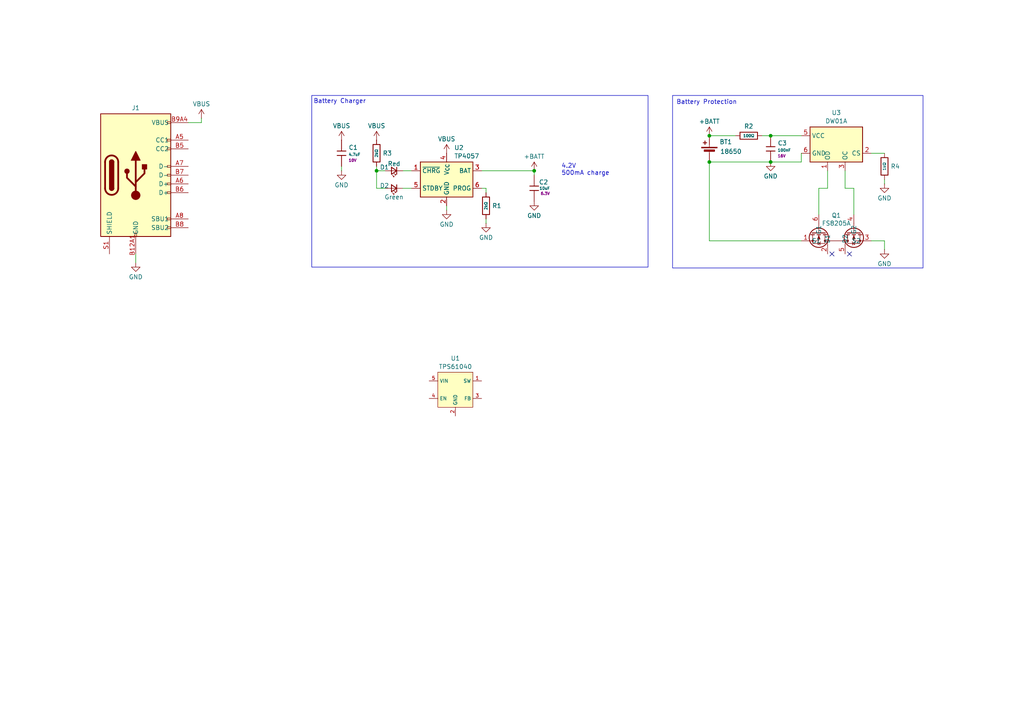
<source format=kicad_sch>
(kicad_sch (version 20231120) (generator "eeschema") (generator_version "8.0")
  (paper "A4")
  (lib_symbols
    (symbol "Battery_Management:DW01A"
      (property "Reference" "U" (at -6.604 6.35 0))
      (property "Value" "DW01A" (at 4.318 6.604 0))
      (symbol "DW01A_0_1"
        (pin output line (at -2.54 -7.62 90) (length 2.54) (name "OD") (number "1"))
        (pin input line (at 10.16 -2.54 180) (length 2.54) (name "CS") (number "2"))
        (pin output line (at 2.54 -7.62 90) (length 2.54) (name "OC") (number "3"))
        (pin power_in line (at -10.16 2.54 0) (length 2.54) (name "VCC") (number "5"))
        (pin power_in line (at -10.16 -2.54 0) (length 2.54) (name "GND") (number "6"))
      )
      (symbol "DW01A_1_1"
        (rectangle (start -7.62 5.08) (end 7.62 -5.08) (stroke (width 0.254)) (fill (type background)))
        (pin no_connect line (at 10.16 2.54 180) (length 2.54) hide (name "TD") (number "4"))
      )
    )
    (symbol "Device:Battery_Cell" (pin_numbers hide) (pin_names (offset 0) hide)
      (property "Reference" "BT" (at 2.54 2.54 0))
      (property "Value" "Battery_Cell" (at 2.54 0 0))
      (symbol "Battery_Cell_0_1"
        (rectangle (start -2.286 1.778) (end 2.286 1.524) (fill (type outline)))
        (rectangle (start -1.524 1.016) (end 1.524 0.508) (fill (type outline)))
        (polyline (pts (xy 0 0.762) (xy 0 0)))
        (polyline (pts (xy 0 1.778) (xy 0 2.54)))
        (polyline (pts (xy 0.762 3.048) (xy 1.778 3.048)) (stroke (width 0.254)))
        (polyline (pts (xy 1.27 3.556) (xy 1.27 2.54)) (stroke (width 0.254)))
      )
      (symbol "Battery_Cell_1_1"
        (pin passive line (at 0 5.08 270) (length 2.54) (name "+") (number "1"))
        (pin passive line (at 0 -2.54 90) (length 2.54) (name "-") (number "2"))
      )
    )
    (symbol "JLCPCB-Capacitors:0402,100nF" (pin_numbers hide) (pin_names (offset 0))
      (property "Reference" "C" (at 2.032 1.668 0))
      (property "Value" "100nF" (at 2.032 -0.3782 0))
      (property "Voltage Rated" "16V" (at 2.032 -2.0462 0))
      (symbol "0402,100nF_0_1"
        (polyline (pts (xy -1.27 -0.635) (xy 1.27 -0.635)) (stroke (width 0.254)))
        (polyline (pts (xy -1.27 0.635) (xy 1.27 0.635)) (stroke (width 0.254)))
      )
      (symbol "0402,100nF_1_1"
        (pin passive line (at 0 3.81 270) (length 3.175) (name "~") (number "1"))
        (pin passive line (at 0 -3.81 90) (length 3.175) (name "~") (number "2"))
      )
    )
    (symbol "JLCPCB-Capacitors:0402,10uF" (pin_numbers hide) (pin_names (offset 0))
      (property "Reference" "C" (at 2.032 1.668 0))
      (property "Value" "10uF" (at 2.032 -0.3782 0))
      (property "Voltage Rated" "6.3V" (at 2.032 -2.0462 0))
      (symbol "0402,10uF_0_1"
        (polyline (pts (xy -1.27 -0.635) (xy 1.27 -0.635)) (stroke (width 0.254)))
        (polyline (pts (xy -1.27 0.635) (xy 1.27 0.635)) (stroke (width 0.254)))
      )
      (symbol "0402,10uF_1_1"
        (pin passive line (at 0 3.81 270) (length 3.175) (name "~") (number "1"))
        (pin passive line (at 0 -3.81 90) (length 3.175) (name "~") (number "2"))
      )
    )
    (symbol "JLCPCB-Capacitors:0402,4.7uF" (pin_numbers hide) (pin_names (offset 0))
      (property "Reference" "C" (at 2.032 1.668 0))
      (property "Value" "4.7uF" (at 2.032 -0.3782 0))
      (property "Voltage Rated" "10V" (at 2.032 -2.0462 0))
      (symbol "0402,4.7uF_0_1"
        (polyline (pts (xy -1.27 -0.635) (xy 1.27 -0.635)) (stroke (width 0.254)))
        (polyline (pts (xy -1.27 0.635) (xy 1.27 0.635)) (stroke (width 0.254)))
      )
      (symbol "0402,4.7uF_1_1"
        (pin passive line (at 0 3.81 270) (length 3.175) (name "~") (number "1"))
        (pin passive line (at 0 -3.81 90) (length 3.175) (name "~") (number "2"))
      )
    )
    (symbol "JLCPCB-Extended:Connector, USB-TYPE-C-16P"
      (property "Reference" "J" (at 2.54 2.54 0))
      (symbol "Connector, USB-TYPE-C-16P_0_0"
        (rectangle (start -0.254 -17.78) (end 0.254 -16.764))
        (rectangle (start 10.16 -14.986) (end 9.144 -15.494))
        (rectangle (start 10.16 -12.446) (end 9.144 -12.954))
        (rectangle (start 10.16 -4.826) (end 9.144 -5.334))
        (rectangle (start 10.16 -2.286) (end 9.144 -2.794))
        (rectangle (start 10.16 0.254) (end 9.144 -0.254))
        (rectangle (start 10.16 2.794) (end 9.144 2.286))
        (rectangle (start 10.16 7.874) (end 9.144 7.366))
        (rectangle (start 10.16 10.414) (end 9.144 9.906))
        (rectangle (start 10.16 15.494) (end 9.144 14.986))
      )
      (symbol "Connector, USB-TYPE-C-16P_0_1"
        (rectangle (start -10.16 17.78) (end 10.16 -17.78) (stroke (width 0.254)) (fill (type background)))
        (arc (start -8.89 -3.81) (mid -6.985 -5.7067) (end -5.08 -3.81) (stroke (width 0.508)))
        (arc (start -7.62 -3.81) (mid -6.985 -4.4423) (end -6.35 -3.81) (stroke (width 0.254)))
        (arc (start -7.62 -3.81) (mid -6.985 -4.4423) (end -6.35 -3.81) (stroke (width 0.254)) (fill (type outline)))
        (rectangle (start -7.62 -3.81) (end -6.35 3.81) (stroke (width 0.254)) (fill (type outline)))
        (arc (start -6.35 3.81) (mid -6.985 4.4423) (end -7.62 3.81) (stroke (width 0.254)))
        (arc (start -6.35 3.81) (mid -6.985 4.4423) (end -7.62 3.81) (stroke (width 0.254)) (fill (type outline)))
        (arc (start -5.08 3.81) (mid -6.985 5.7067) (end -8.89 3.81) (stroke (width 0.508)))
        (circle (center -2.54 1.143) (radius 0.635) (stroke (width 0.254)) (fill (type outline)))
        (circle (center 0 -5.842) (radius 1.27) (fill (type outline)))
        (polyline (pts (xy -8.89 -3.81) (xy -8.89 3.81)) (stroke (width 0.508)))
        (polyline (pts (xy -5.08 3.81) (xy -5.08 -3.81)) (stroke (width 0.508)))
        (polyline (pts (xy 0 -5.842) (xy 0 4.318)) (stroke (width 0.508)))
        (polyline (pts (xy 0 -3.302) (xy -2.54 -0.762) (xy -2.54 0.508)) (stroke (width 0.508)))
        (polyline (pts (xy 0 -2.032) (xy 2.54 0.508) (xy 2.54 1.778)) (stroke (width 0.508)))
        (polyline (pts (xy -1.27 4.318) (xy 0 6.858) (xy 1.27 4.318) (xy -1.27 4.318)) (stroke (width 0.254)) (fill (type outline)))
        (rectangle (start 1.905 1.778) (end 3.175 3.048) (stroke (width 0.254)) (fill (type outline)))
      )
      (symbol "Connector, USB-TYPE-C-16P_1_1"
        (pin passive line (at 0 -22.86 90) (length 5.08) hide (name "GND") (number "A12B1"))
        (pin bidirectional line (at 15.24 10.16 180) (length 5.08) (name "CC1") (number "A5"))
        (pin bidirectional line (at 15.24 -2.54 180) (length 5.08) (name "D+") (number "A6"))
        (pin bidirectional line (at 15.24 2.54 180) (length 5.08) (name "D-") (number "A7"))
        (pin bidirectional line (at 15.24 -12.7 180) (length 5.08) (name "SBU1") (number "A8"))
        (pin passive line (at 15.24 15.24 180) (length 5.08) hide (name "VBUS") (number "A9B4"))
        (pin passive line (at 0 -22.86 90) (length 5.08) (name "GND") (number "B12A1"))
        (pin bidirectional line (at 15.24 7.62 180) (length 5.08) (name "CC2") (number "B5"))
        (pin bidirectional line (at 15.24 -5.08 180) (length 5.08) (name "D+") (number "B6"))
        (pin bidirectional line (at 15.24 0 180) (length 5.08) (name "D-") (number "B7"))
        (pin bidirectional line (at 15.24 -15.24 180) (length 5.08) (name "SBU2") (number "B8"))
        (pin passive line (at 15.24 15.24 180) (length 5.08) (name "VBUS") (number "B9A4"))
        (pin passive line (at -7.62 -22.86 90) (length 5.08) (name "SHIELD") (number "S1"))
      )
    )
    (symbol "JLCPCB-Power:DC-DC, Boost, 1.8-6VIN, 0.4A, 28V-VOUT"
      (property "Reference" "U" (at 0 0 0))
      (property "Value" "TPS61040" (at 0 6.35 0))
      (symbol "DC-DC, Boost, 1.8-6VIN, 0.4A, 28V-VOUT_0_1"
        (rectangle (start -5.08 5.08) (end 5.08 -5.08) (fill (type background)))
        (pin unspecified line (at 7.62 2.54 180) (length 2.54) (name "SW") (number "1"))
        (pin unspecified line (at 0 -7.62 90) (length 2.54) (name "GND") (number "2"))
        (pin unspecified line (at 7.62 -2.54 180) (length 2.54) (name "FB") (number "3"))
        (pin unspecified line (at -7.62 -2.54 0) (length 2.54) (name "EN") (number "4"))
        (pin unspecified line (at -7.62 2.54 0) (length 2.54) (name "VIN") (number "5"))
      )
    )
    (symbol "JLCPCB-Resistors:0402,100Ω" (pin_numbers hide) (pin_names (offset 0))
      (property "Reference" "R" (at 1.778 0 0))
      (property "Value" "100Ω" (at 0 0 90))
      (symbol "0402,100Ω_0_1"
        (rectangle (start -1.016 2.54) (end 1.016 -2.54) (stroke (width 0.254)))
      )
      (symbol "0402,100Ω_1_1"
        (pin passive line (at 0 3.81 270) (length 1.27) (name "~") (number "1"))
        (pin passive line (at 0 -3.81 90) (length 1.27) (name "~") (number "2"))
      )
    )
    (symbol "JLCPCB-Resistors:0402,1kΩ" (pin_numbers hide) (pin_names (offset 0))
      (property "Reference" "R" (at 1.778 0 0))
      (property "Value" "1kΩ" (at 0 0 90))
      (symbol "0402,1kΩ_0_1"
        (rectangle (start -1.016 2.54) (end 1.016 -2.54) (stroke (width 0.254)))
      )
      (symbol "0402,1kΩ_1_1"
        (pin passive line (at 0 3.81 270) (length 1.27) (name "~") (number "1"))
        (pin passive line (at 0 -3.81 90) (length 1.27) (name "~") (number "2"))
      )
    )
    (symbol "JLCPCB-Resistors:0402,2kΩ" (pin_numbers hide) (pin_names (offset 0))
      (property "Reference" "R" (at 1.778 0 0))
      (property "Value" "2kΩ" (at 0 0 90))
      (symbol "0402,2kΩ_0_1"
        (rectangle (start -1.016 2.54) (end 1.016 -2.54) (stroke (width 0.254)))
      )
      (symbol "0402,2kΩ_1_1"
        (pin passive line (at 0 3.81 270) (length 1.27) (name "~") (number "1"))
        (pin passive line (at 0 -3.81 90) (length 1.27) (name "~") (number "2"))
      )
    )
    (symbol "STR-BatteryManagement:TP4057"
      (property "Reference" "U" (at -6.35 6.604 0))
      (property "Value" "TP4057" (at 1.524 6.604 0))
      (symbol "TP4057_0_1"
        (rectangle (start -7.62 5.08) (end 7.62 -5.08) (stroke (width 0.254)) (fill (type background)))
      )
      (symbol "TP4057_1_1"
        (pin open_collector line (at -10.16 2.54 0) (length 2.54) (name "~{CHRG}") (number "1"))
        (pin power_in line (at 0 -7.62 90) (length 2.54) (name "GND") (number "2"))
        (pin power_out line (at 10.16 2.54 180) (length 2.54) (name "BAT") (number "3"))
        (pin power_in line (at 0 7.62 270) (length 2.54) (name "V_{CC}") (number "4"))
        (pin open_collector line (at -10.16 -2.54 0) (length 2.54) (name "STDBY") (number "5"))
        (pin passive line (at 10.16 -2.54 180) (length 2.54) (name "PROG") (number "6"))
      )
    )
    (symbol "STR-LED:Green" (pin_numbers hide) (pin_names (offset 0.254) hide)
      (property "Reference" "D" (at -1.27 3.175 0))
      (property "Value" "Green" (at -4.445 -2.54 0))
      (symbol "Green_0_1"
        (polyline (pts (xy -0.762 -1.016) (xy -0.762 1.016)) (stroke (width 0.254)))
        (polyline (pts (xy 1.016 0) (xy -0.762 0)))
        (polyline (pts (xy 0.762 -1.016) (xy -0.762 0) (xy 0.762 1.016) (xy 0.762 -1.016)) (stroke (width 0.254)))
        (polyline (pts (xy 0 0.762) (xy -0.508 1.27) (xy -0.254 1.27) (xy -0.508 1.27) (xy -0.508 1.016)))
        (polyline (pts (xy 0.508 1.27) (xy 0 1.778) (xy 0.254 1.778) (xy 0 1.778) (xy 0 1.524)))
      )
      (symbol "Green_1_1"
        (pin passive line (at -2.54 0 0) (length 1.778) (name "K") (number "1"))
        (pin passive line (at 2.54 0 180) (length 1.778) (name "A") (number "2"))
      )
    )
    (symbol "STR-LED:Red" (pin_numbers hide) (pin_names (offset 0.254) hide)
      (property "Reference" "D" (at -1.27 2.54 0))
      (property "Value" "Red" (at -1.27 -2.54 0))
      (symbol "Red_0_1"
        (polyline (pts (xy -0.762 -1.016) (xy -0.762 1.016)) (stroke (width 0.254)))
        (polyline (pts (xy 1.016 0) (xy -0.762 0)))
        (polyline (pts (xy 0.762 -1.016) (xy -0.762 0) (xy 0.762 1.016) (xy 0.762 -1.016)) (stroke (width 0.254)))
        (polyline (pts (xy 0 0.762) (xy -0.508 1.27) (xy -0.254 1.27) (xy -0.508 1.27) (xy -0.508 1.016)))
        (polyline (pts (xy 0.508 1.27) (xy 0 1.778) (xy 0.254 1.778) (xy 0 1.778) (xy 0 1.524)))
      )
      (symbol "Red_1_1"
        (pin passive line (at -2.54 0 0) (length 1.778) (name "K") (number "1"))
        (pin passive line (at 2.54 0 180) (length 1.778) (name "A") (number "2"))
      )
    )
    (symbol "STR-MOSFETS:FS8205A"
      (property "Reference" "Q?" (at 0 0 0))
      (property "Value" "FS8205A" (at 0 0 0))
      (symbol "FS8205A_1_1"
        (circle (center -6.858 -2.54) (radius 0.254) (fill (type outline)))
        (circle (center -5.08 -1.651) (radius 2.794) (stroke (width 0.254)))
        (circle (center -3.302 -2.54) (radius 0.254) (fill (type outline)))
        (polyline (pts (xy -6.35 -0.762) (xy -7.366 -0.762)) (stroke (width 0.254)))
        (polyline (pts (xy -5.08 -0.254) (xy -5.08 2.54)))
        (polyline (pts (xy -4.572 -0.762) (xy -5.588 -0.762)) (stroke (width 0.254)))
        (polyline (pts (xy -3.175 -0.254) (xy -6.985 -0.254)) (stroke (width 0.254)))
        (polyline (pts (xy -2.794 -0.762) (xy -3.81 -0.762)) (stroke (width 0.254)))
        (polyline (pts (xy -2.54 -3.81) (xy -2.54 -2.54)))
        (polyline (pts (xy -2.54 -2.54) (xy -3.302 -2.54)))
        (polyline (pts (xy 2.54 -3.81) (xy 2.54 -2.54)))
        (polyline (pts (xy 2.54 -2.54) (xy -2.54 -2.54)))
        (polyline (pts (xy 2.54 -2.54) (xy 3.302 -2.54)))
        (polyline (pts (xy 2.794 -0.762) (xy 3.81 -0.762)) (stroke (width 0.254)))
        (polyline (pts (xy 3.175 -0.254) (xy 6.985 -0.254)) (stroke (width 0.254)))
        (polyline (pts (xy 4.572 -0.762) (xy 5.588 -0.762)) (stroke (width 0.254)))
        (polyline (pts (xy 5.08 -0.254) (xy 5.08 2.54)))
        (polyline (pts (xy 6.35 -0.762) (xy 7.366 -0.762)) (stroke (width 0.254)))
        (polyline (pts (xy -7.62 -2.54) (xy -5.08 -2.54) (xy -5.08 -0.762)))
        (polyline (pts (xy 7.62 -2.54) (xy 5.08 -2.54) (xy 5.08 -0.762)))
        (polyline (pts (xy -6.858 -0.762) (xy -6.858 -3.302) (xy -3.302 -3.302) (xy -3.302 -0.762)))
        (polyline (pts (xy -5.08 -1.016) (xy -4.699 -2.032) (xy -5.461 -2.032) (xy -5.08 -1.016)) (fill (type outline)))
        (polyline (pts (xy -4.699 -3.302) (xy -5.334 -2.921) (xy -5.334 -3.683) (xy -4.699 -3.302)))
        (polyline (pts (xy -4.572 -2.794) (xy -4.699 -2.921) (xy -4.699 -3.683) (xy -4.826 -3.81)))
        (polyline (pts (xy 4.572 -2.794) (xy 4.699 -2.921) (xy 4.699 -3.683) (xy 4.826 -3.81)))
        (polyline (pts (xy 4.699 -3.302) (xy 5.334 -2.921) (xy 5.334 -3.683) (xy 4.699 -3.302)))
        (polyline (pts (xy 5.08 -1.016) (xy 4.699 -2.032) (xy 5.461 -2.032) (xy 5.08 -1.016)) (fill (type outline)))
        (polyline (pts (xy 6.858 -0.762) (xy 6.858 -3.302) (xy 3.302 -3.302) (xy 3.302 -0.762)))
        (circle (center 3.302 -2.54) (radius 0.254) (fill (type outline)))
        (circle (center 5.08 -1.651) (radius 2.794) (stroke (width 0.254)))
        (circle (center 6.858 -2.54) (radius 0.254) (fill (type outline)))
        (pin passive line (at -10.16 -2.54 0) (length 2.54) (name "S1") (number "1"))
        (pin passive line (at -2.54 -6.35 90) (length 2.54) (name "D1") (number "2"))
        (pin passive line (at 10.16 -2.54 180) (length 2.54) (name "S2") (number "3"))
        (pin input line (at 5.08 5.08 270) (length 2.54) (name "G2") (number "4"))
        (pin passive line (at 2.54 -6.35 90) (length 2.54) (name "D2") (number "5"))
        (pin input line (at -5.08 5.08 270) (length 2.54) (name "G1") (number "6"))
      )
    )
    (symbol "power:+BATT" (power) (pin_numbers hide) (pin_names (offset 0) hide)
      (property "Value" "+BATT" (at 0 3.556 0))
      (symbol "+BATT_0_1"
        (polyline (pts (xy -0.762 1.27) (xy 0 2.54)))
        (polyline (pts (xy 0 0) (xy 0 2.54)))
        (polyline (pts (xy 0 2.54) (xy 0.762 1.27)))
      )
      (symbol "+BATT_1_1"
        (pin power_in line (at 0 0 90) (length 0) (name "~") (number "1"))
      )
    )
    (symbol "power:GND" (power) (pin_numbers hide) (pin_names (offset 0) hide)
      (property "Value" "GND" (at 0 -3.81 0))
      (symbol "GND_0_1"
        (polyline (pts (xy 0 0) (xy 0 -1.27) (xy 1.27 -1.27) (xy 0 -2.54) (xy -1.27 -1.27) (xy 0 -1.27)))
      )
      (symbol "GND_1_1"
        (pin power_in line (at 0 0 270) (length 0) (name "~") (number "1"))
      )
    )
    (symbol "power:VBUS" (power) (pin_numbers hide) (pin_names (offset 0) hide)
      (property "Value" "VBUS" (at 0 3.556 0))
      (symbol "VBUS_0_1"
        (polyline (pts (xy -0.762 1.27) (xy 0 2.54)))
        (polyline (pts (xy 0 0) (xy 0 2.54)))
        (polyline (pts (xy 0 2.54) (xy 0.762 1.27)))
      )
      (symbol "VBUS_1_1"
        (pin power_in line (at 0 0 90) (length 0) (name "~") (number "1"))
      )
    )
  )
  (junction (at 223.52 46.99))
  (junction (at 154.94 49.53))
  (junction (at 223.52 39.37))
  (junction (at 109.22 49.53))
  (junction (at 205.74 39.37))
  (junction (at 205.74 46.99))
  (no_connect (at 241.3 73.66))
  (no_connect (at 246.38 73.66))
  (wire (pts (xy 240.03 49.53) (xy 240.03 54.61)))
  (wire (pts (xy 54.61 35.56) (xy 58.42 35.56)))
  (wire (pts (xy 140.97 63.5) (xy 140.97 64.77)))
  (wire (pts (xy 223.52 39.37) (xy 232.41 39.37)))
  (wire (pts (xy 109.22 48.26) (xy 109.22 49.53)))
  (wire (pts (xy 252.73 44.45) (xy 256.54 44.45)))
  (wire (pts (xy 245.11 49.53) (xy 245.11 54.61)))
  (wire (pts (xy 220.98 39.37) (xy 223.52 39.37)))
  (wire (pts (xy 99.06 48.26) (xy 99.06 49.53)))
  (wire (pts (xy 232.41 44.45) (xy 232.41 46.99)))
  (wire (pts (xy 223.52 46.99) (xy 232.41 46.99)))
  (wire (pts (xy 256.54 52.07) (xy 256.54 53.34)))
  (wire (pts (xy 205.74 39.37) (xy 213.36 39.37)))
  (wire (pts (xy 237.49 54.61) (xy 240.03 54.61)))
  (wire (pts (xy 109.22 54.61) (xy 109.22 49.53)))
  (wire (pts (xy 237.49 54.61) (xy 237.49 62.23)))
  (wire (pts (xy 111.76 54.61) (xy 109.22 54.61)))
  (wire (pts (xy 154.94 49.53) (xy 154.94 50.8)))
  (wire (pts (xy 256.54 69.85) (xy 256.54 72.39)))
  (wire (pts (xy 247.65 54.61) (xy 247.65 62.23)))
  (wire (pts (xy 252.73 69.85) (xy 256.54 69.85)))
  (wire (pts (xy 116.84 54.61) (xy 119.38 54.61)))
  (wire (pts (xy 140.97 54.61) (xy 140.97 55.88)))
  (wire (pts (xy 245.11 54.61) (xy 247.65 54.61)))
  (wire (pts (xy 129.54 59.69) (xy 129.54 60.96)))
  (wire (pts (xy 205.74 46.99) (xy 223.52 46.99)))
  (wire (pts (xy 139.7 49.53) (xy 154.94 49.53)))
  (wire (pts (xy 116.84 49.53) (xy 119.38 49.53)))
  (wire (pts (xy 39.37 73.66) (xy 39.37 76.2)))
  (wire (pts (xy 205.74 69.85) (xy 205.74 46.99)))
  (wire (pts (xy 109.22 49.53) (xy 111.76 49.53)))
  (wire (pts (xy 205.74 69.85) (xy 232.41 69.85)))
  (wire (pts (xy 58.42 35.56) (xy 58.42 34.29)))
  (wire (pts (xy 139.7 54.61) (xy 140.97 54.61)))
  (rectangle (start 90.424 27.686) (end 187.96 77.47))
  (rectangle (start 195.072 27.686) (end 267.716 77.724))
  (text "4.2V\n500mA charge" (at 162.814 49.276 0) (effects (font (size 1.27 1.27)) (justify left)))
  (text "Battery Charger" (at 98.552 29.464 0) (effects (font (size 1.27 1.27))))
  (text "Battery Protection" (at 204.978 29.718 0) (effects (font (size 1.27 1.27))))
  (symbol (lib_id "JLCPCB-Extended:Connector, USB-TYPE-C-16P") (at 39.37 50.8 0) (unit 1)
    (property "Reference" "J1" (at 39.37 31.2999 0))
    (property "Value" "Connector, USB-TYPE-C-16P" (effects (hide yes)))
    (property "Footprint" "JLCPCB-Kicad-Footprints:TYPE-C-SMD_HX-TYPE-C-16PIN" (effects (hide yes)))
    (property "Datasheet" "https://atta.szlcsc.com/upload/public/pdf/source/20220920/0EF8F885FCCEA71F60E9E85152155021.pdf" (effects (hide yes)))
    (property "Description" "3A 1 Horizontal attachment 16P Female -25℃~+85℃ Type-C SMD USB Connectors ROHS" (effects (hide yes)))
    (property "LCSC" "C2927039" (effects (hide yes)))
  )
  (symbol (lib_id "STR-LED:Green") (at 114.3 54.61 180) (unit 1)
    (property "Reference" "D2" (at 111.506 53.848 0))
    (property "Value" "Green" (at 114.3 57.15 0))
    (property "Footprint" "LED_SMD:LED_0603_1608Metric" (effects (hide yes)))
    (property "Datasheet" "https://datasheet.lcsc.com/lcsc/1811101510_Everlight-Elec-19-217-GHC-YR1S2-3T_C72043.pdf" (effects (hide yes)))
    (property "Description" "20mA 285mcd 3.3V 518nm Colorless transparence -40℃~+85℃ 520nm~535nm Emerald 120° 110mW 0603  Light Emitting Diodes (LED) ROHS" (effects (hide yes)))
    (property "Manufacturer" "Everlight Elec" (effects (hide yes)))
    (property "MPN" "19-217/GHC-YR1S2/3T" (effects (hide yes)))
    (property "LCSC" "C72043" (effects (hide yes)))
  )
  (symbol (lib_id "JLCPCB-Resistors:0402,100Ω") (at 217.17 39.37 90) (unit 1)
    (property "Reference" "R2" (at 217.17 36.6339 90))
    (property "Value" "100Ω" (at 217.17 39.37 90) (effects (font (size 0.8 0.8))))
    (property "Footprint" "JLCPCB-Kicad-Footprints:R_0402" (effects (hide yes)))
    (property "Datasheet" "https://www.lcsc.com/datasheet/lcsc_datasheet_2205311900_UNI-ROYAL-Uniroyal-Elec-0402WGF1000TCE_C25076.pdf" (effects (hide yes)))
    (property "Description" "62.5mW Thick Film Resistors 50V ±1% ±200ppm/°C 100Ω 0402 Chip Resistor - Surface Mount ROHS" (effects (hide yes)))
    (property "LCSC" "C25076" (effects (hide yes)))
    (property "Stock" "4572782" (effects (hide yes)))
    (property "Price" "0.004USD" (effects (hide yes)))
    (property "Process" "SMT" (effects (hide yes)))
    (property "Minimum Qty" "20" (effects (hide yes)))
    (property "Attrition Qty" "10" (effects (hide yes)))
    (property "Class" "Basic Component" (effects (hide yes)))
    (property "Category" "Resistors,Chip Resistor - Surface Mount" (effects (hide yes)))
    (property "Manufacturer" "UNI-ROYAL(Uniroyal Elec)" (effects (hide yes)))
    (property "Part" "0402WGF1000TCE" (effects (hide yes)))
    (property "Resistance" "100Ω" (effects (hide yes)))
    (property "Power(Watts)" "62.5mW" (effects (hide yes)))
    (property "Type" "Thick Film Resistors" (effects (hide yes)))
    (property "Overload Voltage (Max)" "50V" (effects (hide yes)))
    (property "Operating Temperature Range" "-55°C~+155°C" (effects (hide yes)))
    (property "Tolerance" "±1%" (effects (hide yes)))
    (property "Temperature Coefficient" "±200ppm/°C" (effects (hide yes)))
  )
  (symbol (lib_id "power:GND") (at 39.37 76.2 0) (unit 1)
    (property "Reference" "#PWR013" (effects (hide yes)))
    (property "Value" "GND" (at 39.37 80.3331 0))
    (property "Description" "Power symbol creates a global label with name \"GND\" , ground" (effects (hide yes)))
  )
  (symbol (lib_id "power:GND") (at 99.06 49.53 0) (unit 1)
    (property "Reference" "#PWR04" (effects (hide yes)))
    (property "Value" "GND" (at 99.06 53.6631 0))
    (property "Description" "Power symbol creates a global label with name \"GND\" , ground" (effects (hide yes)))
  )
  (symbol (lib_id "power:VBUS") (at 129.54 44.45 0) (unit 1)
    (property "Reference" "#PWR07" (effects (hide yes)))
    (property "Value" "VBUS" (at 129.54 40.3169 0))
    (property "Description" "Power symbol creates a global label with name \"VBUS\"" (effects (hide yes)))
  )
  (symbol (lib_id "power:GND") (at 154.94 58.42 0) (mirror y) (unit 1)
    (property "Reference" "#PWR02" (effects (hide yes)))
    (property "Value" "GND" (at 154.94 62.5531 0))
    (property "Description" "Power symbol creates a global label with name \"GND\" , ground" (effects (hide yes)))
  )
  (symbol (lib_id "power:GND") (at 256.54 53.34 0) (mirror y) (unit 1)
    (property "Reference" "#PWR012" (effects (hide yes)))
    (property "Value" "GND" (at 256.54 57.4731 0))
    (property "Description" "Power symbol creates a global label with name \"GND\" , ground" (effects (hide yes)))
  )
  (symbol (lib_id "power:+BATT") (at 154.94 49.53 0) (unit 1)
    (property "Reference" "#PWR05" (effects (hide yes)))
    (property "Value" "+BATT" (at 154.94 45.3969 0))
    (property "Description" "Power symbol creates a global label with name \"+BATT\"" (effects (hide yes)))
  )
  (symbol (lib_id "STR-BatteryManagement:TP4057") (at 129.54 52.07 0) (unit 1)
    (property "Reference" "U2" (at 131.7341 42.8455 0) (effects (justify left)))
    (property "Value" "TP4057" (at 131.7341 45.2698 0) (effects (justify left)))
    (property "Footprint" "Package_TO_SOT_SMD:TSOT-23-6" (effects (hide yes)))
    (property "Datasheet" "http://toppwr.com/uploadfile/file/20230304/640302a47b738.pdf" (effects (hide yes)))
    (property "Description" "Constant-current/constant-voltage linear charger for single cell lithium-ion batteries with 2.9V Trickle Charge, 4.5V to 6.5V VDD, -40 to +85 degree Celsius, TSOT-23-6" (effects (hide yes)))
    (property "LCSC" "C440390" (effects (hide yes)))
  )
  (symbol (lib_id "power:GND") (at 256.54 72.39 0) (mirror y) (unit 1)
    (property "Reference" "#PWR014" (effects (hide yes)))
    (property "Value" "GND" (at 256.54 76.5231 0))
    (property "Description" "Power symbol creates a global label with name \"GND\" , ground" (effects (hide yes)))
  )
  (symbol (lib_id "power:VBUS") (at 99.06 40.64 0) (unit 1)
    (property "Reference" "#PWR06" (effects (hide yes)))
    (property "Value" "VBUS" (at 99.06 36.5069 0))
    (property "Description" "Power symbol creates a global label with name \"VBUS\"" (effects (hide yes)))
  )
  (symbol (lib_id "power:GND") (at 140.97 64.77 0) (unit 1)
    (property "Reference" "#PWR03" (effects (hide yes)))
    (property "Value" "GND" (at 140.97 68.9031 0))
    (property "Description" "Power symbol creates a global label with name \"GND\" , ground" (effects (hide yes)))
  )
  (symbol (lib_id "JLCPCB-Capacitors:0402,10uF") (at 154.94 54.61 0) (mirror y) (unit 1)
    (property "Reference" "C2" (at 159.004 52.832 0) (effects (justify left)))
    (property "Value" "10uF" (at 159.512 54.61 0) (effects (font (size 0.8 0.8)) (justify left)))
    (property "Footprint" "JLCPCB-Kicad-Footprints:C_0402" (effects (hide yes)))
    (property "Datasheet" "https://www.lcsc.com/datasheet/lcsc_datasheet_2208231630_Samsung-Electro-Mechanics-CL05A106MQ5NUNC_C15525.pdf" (effects (hide yes)))
    (property "Description" "6.3V 10uF X5R ±20% 0402 Multilayer Ceramic Capacitors MLCC - SMD/SMT ROHS" (effects (hide yes)))
    (property "LCSC" "C15525" (effects (hide yes)))
    (property "Stock" "2688304" (effects (hide yes)))
    (property "Price" "0.007USD" (effects (hide yes)))
    (property "Process" "SMT" (effects (hide yes)))
    (property "Minimum Qty" "20" (effects (hide yes)))
    (property "Attrition Qty" "10" (effects (hide yes)))
    (property "Class" "Basic Component" (effects (hide yes)))
    (property "Category" "Capacitors,Multilayer Ceramic Capacitors MLCC - SMD/SMT" (effects (hide yes)))
    (property "Manufacturer" "Samsung Electro-Mechanics" (effects (hide yes)))
    (property "Part" "CL05A106MQ5NUNC" (effects (hide yes)))
    (property "Voltage Rated" "6.3V" (at 159.512 56.134 0) (effects (font (size 0.8 0.8)) (justify left)))
    (property "Tolerance" "±20%" (effects (hide yes)))
    (property "Capacitance" "10uF" (effects (hide yes)))
    (property "Temperature Coefficient" "X5R" (effects (hide yes)))
  )
  (symbol (lib_id "power:GND") (at 223.52 46.99 0) (mirror y) (unit 1)
    (property "Reference" "#PWR011" (effects (hide yes)))
    (property "Value" "GND" (at 223.52 51.1231 0))
    (property "Description" "Power symbol creates a global label with name \"GND\" , ground" (effects (hide yes)))
  )
  (symbol (lib_id "power:VBUS") (at 109.22 40.64 0) (unit 1)
    (property "Reference" "#PWR09" (effects (hide yes)))
    (property "Value" "VBUS" (at 109.22 36.5069 0))
    (property "Description" "Power symbol creates a global label with name \"VBUS\"" (effects (hide yes)))
  )
  (symbol (lib_id "STR-LED:Red") (at 114.3 49.53 180) (unit 1)
    (property "Reference" "D1" (at 111.506 48.514 0))
    (property "Value" "Red" (at 114.3 47.498 0))
    (property "Footprint" "LED_SMD:LED_0603_1608Metric" (effects (hide yes)))
    (property "Datasheet" "https://datasheet.lcsc.com/lcsc/1810231112_Hubei-KENTO-Elec-KT-0603R_C2286.pdf" (effects (hide yes)))
    (property "Description" "Red 615~630nm 1.9~2.2V 0603 Light Emitting Diodes (LED) RoHS" (effects (hide yes)))
    (property "Manufacturer" " Hubei KENTO Elec" (effects (hide yes)))
    (property "MPN" "KT-0603R" (effects (hide yes)))
    (property "LCSC" "C2286" (effects (hide yes)))
  )
  (symbol (lib_id "JLCPCB-Capacitors:0402,4.7uF") (at 99.06 44.45 0) (unit 1)
    (property "Reference" "C1" (at 101.092 42.782 0) (effects (justify left)))
    (property "Value" "4.7uF" (at 101.092 44.8282 0) (effects (font (size 0.8 0.8)) (justify left)))
    (property "Footprint" "JLCPCB-Kicad-Footprints:C_0402" (effects (hide yes)))
    (property "Datasheet" "https://www.lcsc.com/datasheet/lcsc_datasheet_2304140030_Samsung-Electro-Mechanics-CL05A475MP5NRNC_C23733.pdf" (effects (hide yes)))
    (property "Description" "10V 4.7uF X5R ±20% 0402 Multilayer Ceramic Capacitors MLCC - SMD/SMT ROHS" (effects (hide yes)))
    (property "LCSC" "C23733" (effects (hide yes)))
    (property "Stock" "488684" (effects (hide yes)))
    (property "Price" "0.008USD" (effects (hide yes)))
    (property "Process" "SMT" (effects (hide yes)))
    (property "Minimum Qty" "20" (effects (hide yes)))
    (property "Attrition Qty" "10" (effects (hide yes)))
    (property "Class" "Basic Component" (effects (hide yes)))
    (property "Category" "Capacitors,Multilayer Ceramic Capacitors MLCC - SMD/SMT" (effects (hide yes)))
    (property "Manufacturer" "Samsung Electro-Mechanics" (effects (hide yes)))
    (property "Part" "CL05A475MP5NRNC" (effects (hide yes)))
    (property "Voltage Rated" "10V" (at 101.092 46.4962 0) (effects (font (size 0.8 0.8)) (justify left)))
    (property "Tolerance" "±20%" (effects (hide yes)))
    (property "Capacitance" "4.7uF" (effects (hide yes)))
    (property "Temperature Coefficient" "X5R" (effects (hide yes)))
  )
  (symbol (lib_id "Battery_Management:DW01A") (at 242.57 41.91 0) (unit 1)
    (property "Reference" "U3" (at 242.57 32.6855 0))
    (property "Value" "DW01A" (at 242.57 35.1098 0))
    (property "Footprint" "Package_TO_SOT_SMD:SOT-23-6" (effects (hide yes)))
    (property "Datasheet" "https://hmsemi.com/downfile/DW01A.PDF" (effects (hide yes)))
    (property "Description" "Overcharge, overcurrent and overdischarge protection IC for single cell lithium-ion/polymer battery" (effects (hide yes)))
    (property "LCSC" "C351410" (effects (hide yes)))
  )
  (symbol (lib_id "JLCPCB-Resistors:0402,2kΩ") (at 109.22 44.45 0) (unit 1)
    (property "Reference" "R3" (at 110.998 44.45 0) (effects (justify left)))
    (property "Value" "2kΩ" (at 109.22 44.45 90) (effects (font (size 0.8 0.8))))
    (property "Footprint" "JLCPCB-Kicad-Footprints:R_0402" (effects (hide yes)))
    (property "Datasheet" "https://www.lcsc.com/datasheet/lcsc_datasheet_2206010230_UNI-ROYAL-Uniroyal-Elec-0402WGF2001TCE_C4109.pdf" (effects (hide yes)))
    (property "Description" "62.5mW Thick Film Resistors 50V ±100ppm/°C ±1% 2kΩ 0402 Chip Resistor - Surface Mount ROHS" (effects (hide yes)))
    (property "LCSC" "C4109" (effects (hide yes)))
    (property "Stock" "2775147" (effects (hide yes)))
    (property "Price" "0.004USD" (effects (hide yes)))
    (property "Process" "SMT" (effects (hide yes)))
    (property "Minimum Qty" "20" (effects (hide yes)))
    (property "Attrition Qty" "10" (effects (hide yes)))
    (property "Class" "Basic Component" (effects (hide yes)))
    (property "Category" "Resistors,Chip Resistor - Surface Mount" (effects (hide yes)))
    (property "Manufacturer" "UNI-ROYAL(Uniroyal Elec)" (effects (hide yes)))
    (property "Part" "0402WGF2001TCE" (effects (hide yes)))
    (property "Resistance" "2kΩ" (effects (hide yes)))
    (property "Power(Watts)" "62.5mW" (effects (hide yes)))
    (property "Type" "Thick Film Resistors" (effects (hide yes)))
    (property "Overload Voltage (Max)" "50V" (effects (hide yes)))
    (property "Operating Temperature Range" "-55°C~+155°C" (effects (hide yes)))
    (property "Tolerance" "±1%" (effects (hide yes)))
    (property "Temperature Coefficient" "±100ppm/°C" (effects (hide yes)))
  )
  (symbol (lib_id "STR-MOSFETS:FS8205A") (at 242.57 67.31 0) (unit 1)
    (property "Reference" "Q1" (at 242.57 62.484 0))
    (property "Value" "FS8205A" (at 242.57 64.77 0))
    (property "Footprint" "Package_TO_SOT_SMD:SOT-23-6" (effects (hide yes)))
    (property "Datasheet" "https://www.lcsc.com/datasheet/lcsc_datasheet_2010271837_FUXINSEMI-FS8205A_C908265.pdf" (effects (hide yes)))
    (property "Description" "20V 6A 18mΩ@4.5V,6A 1.5W 1.2V@250uA 2 N-Channel SOT-23-6L MOSFETs ROHS" (effects (hide yes)))
    (property "LCSC" "C908265" (effects (hide yes)))
  )
  (symbol (lib_id "Device:Battery_Cell") (at 205.74 44.45 0) (mirror y) (unit 1)
    (property "Reference" "BT1" (at 212.344 41.148 0) (effects (justify left)))
    (property "Value" "18650" (at 215.138 43.942 0) (effects (justify left)))
    (property "Description" "Single-cell battery" (effects (hide yes)))
  )
  (symbol (lib_id "power:GND") (at 129.54 60.96 0) (unit 1)
    (property "Reference" "#PWR01" (effects (hide yes)))
    (property "Value" "GND" (at 129.54 65.0931 0))
    (property "Description" "Power symbol creates a global label with name \"GND\" , ground" (effects (hide yes)))
  )
  (symbol (lib_id "JLCPCB-Power:DC-DC, Boost, 1.8-6VIN, 0.4A, 28V-VOUT") (at 132.08 113.03 0) (unit 1)
    (property "Reference" "U1" (at 132.08 103.9325 0))
    (property "Value" "TPS61040" (at 132.08 106.3568 0))
    (property "Footprint" "JLCPCB-Kicad-Footprints:SOT-23-5_L3.0-W1.7-P0.95-LS2.8-BL" (effects (hide yes)))
    (property "Datasheet" "https://www.lcsc.com/datasheet/lcsc_datasheet_1809151118_Texas-Instruments-TPS61040DBVR_C7722.pdf" (effects (hide yes)))
    (property "Description" "Boost type 28V 1.8V~6V 350mA SOT-23-5 DC-DC Converters ROHS" (effects (hide yes)))
    (property "LCSC" "C7722" (effects (hide yes)))
    (property "Stock" "95392" (effects (hide yes)))
    (property "Price" "0.310USD" (effects (hide yes)))
    (property "Process" "SMT" (effects (hide yes)))
    (property "Minimum Qty" "5" (effects (hide yes)))
    (property "Attrition Qty" "0" (effects (hide yes)))
    (property "Class" "Preferred Component" (effects (hide yes)))
    (property "Category" "Power Management ICs,DC-DC Converters" (effects (hide yes)))
    (property "Manufacturer" "Texas Instruments" (effects (hide yes)))
    (property "Part" "TPS61040DBVR" (effects (hide yes)))
    (property "Number Of Outputs" "1" (effects (hide yes)))
    (property "Output Current (Max)" "350mA" (effects (hide yes)))
    (property "Output Voltage" "28V" (effects (hide yes)))
    (property "Topology" "Boost" (effects (hide yes)))
    (property "Synchronous Rectification" "No" (effects (hide yes)))
    (property "Switching Frequency" "1MHz" (effects (hide yes)))
    (property "Input Voltage" "1.8V~6V" (effects (hide yes)))
    (property "Function" "Boost type" (effects (hide yes)))
    (property "Switch Tube (Built-In/External)" "Built-in" (effects (hide yes)))
    (property "Quiescent Current (Iq)" "28uA" (effects (hide yes)))
    (property "Output Current" "400mA" (effects (hide yes)))
    (property "Output Type" "Adjustable" (effects (hide yes)))
    (property "Operating Temperature" "-40°C~+85°C" (effects (hide yes)))
  )
  (symbol (lib_id "JLCPCB-Capacitors:0402,100nF") (at 223.52 43.18 0) (unit 1)
    (property "Reference" "C3" (at 225.552 41.512 0) (effects (justify left)))
    (property "Value" "100nF" (at 225.552 43.5582 0) (effects (font (size 0.8 0.8)) (justify left)))
    (property "Footprint" "JLCPCB-Kicad-Footprints:C_0402" (effects (hide yes)))
    (property "Datasheet" "https://www.lcsc.com/datasheet/lcsc_datasheet_2304140030_Samsung-Electro-Mechanics-CL05B104KO5NNNC_C1525.pdf" (effects (hide yes)))
    (property "Description" "16V 100nF X7R ±10% 0402 Multilayer Ceramic Capacitors MLCC - SMD/SMT ROHS" (effects (hide yes)))
    (property "LCSC" "C1525" (effects (hide yes)))
    (property "Stock" "17570417" (effects (hide yes)))
    (property "Price" "0.004USD" (effects (hide yes)))
    (property "Process" "SMT" (effects (hide yes)))
    (property "Minimum Qty" "20" (effects (hide yes)))
    (property "Attrition Qty" "10" (effects (hide yes)))
    (property "Class" "Basic Component" (effects (hide yes)))
    (property "Category" "Capacitors,Multilayer Ceramic Capacitors MLCC - SMD/SMT" (effects (hide yes)))
    (property "Manufacturer" "Samsung Electro-Mechanics" (effects (hide yes)))
    (property "Part" "CL05B104KO5NNNC" (effects (hide yes)))
    (property "Voltage Rated" "16V" (at 225.552 45.2262 0) (effects (font (size 0.8 0.8)) (justify left)))
    (property "Tolerance" "±10%" (effects (hide yes)))
    (property "Capacitance" "100nF" (effects (hide yes)))
    (property "Temperature Coefficient" "X7R" (effects (hide yes)))
  )
  (symbol (lib_id "power:VBUS") (at 58.42 34.29 0) (unit 1)
    (property "Reference" "#PWR08" (effects (hide yes)))
    (property "Value" "VBUS" (at 58.42 30.1569 0))
    (property "Description" "Power symbol creates a global label with name \"VBUS\"" (effects (hide yes)))
  )
  (symbol (lib_id "JLCPCB-Resistors:0402,2kΩ") (at 140.97 59.69 0) (unit 1)
    (property "Reference" "R1" (at 142.748 59.69 0) (effects (justify left)))
    (property "Value" "2kΩ" (at 140.97 59.69 90) (effects (font (size 0.8 0.8))))
    (property "Footprint" "JLCPCB-Kicad-Footprints:R_0402" (effects (hide yes)))
    (property "Datasheet" "https://www.lcsc.com/datasheet/lcsc_datasheet_2206010230_UNI-ROYAL-Uniroyal-Elec-0402WGF2001TCE_C4109.pdf" (effects (hide yes)))
    (property "Description" "62.5mW Thick Film Resistors 50V ±100ppm/°C ±1% 2kΩ 0402 Chip Resistor - Surface Mount ROHS" (effects (hide yes)))
    (property "LCSC" "C4109" (effects (hide yes)))
    (property "Stock" "2775147" (effects (hide yes)))
    (property "Price" "0.004USD" (effects (hide yes)))
    (property "Process" "SMT" (effects (hide yes)))
    (property "Minimum Qty" "20" (effects (hide yes)))
    (property "Attrition Qty" "10" (effects (hide yes)))
    (property "Class" "Basic Component" (effects (hide yes)))
    (property "Category" "Resistors,Chip Resistor - Surface Mount" (effects (hide yes)))
    (property "Manufacturer" "UNI-ROYAL(Uniroyal Elec)" (effects (hide yes)))
    (property "Part" "0402WGF2001TCE" (effects (hide yes)))
    (property "Resistance" "2kΩ" (effects (hide yes)))
    (property "Power(Watts)" "62.5mW" (effects (hide yes)))
    (property "Type" "Thick Film Resistors" (effects (hide yes)))
    (property "Overload Voltage (Max)" "50V" (effects (hide yes)))
    (property "Operating Temperature Range" "-55°C~+155°C" (effects (hide yes)))
    (property "Tolerance" "±1%" (effects (hide yes)))
    (property "Temperature Coefficient" "±100ppm/°C" (effects (hide yes)))
  )
  (symbol (lib_id "power:+BATT") (at 205.74 39.37 0) (unit 1)
    (property "Reference" "#PWR010" (effects (hide yes)))
    (property "Value" "+BATT" (at 205.74 35.2369 0))
    (property "Description" "Power symbol creates a global label with name \"+BATT\"" (effects (hide yes)))
  )
  (symbol (lib_id "JLCPCB-Resistors:0402,1kΩ") (at 256.54 48.26 0) (unit 1)
    (property "Reference" "R4" (at 258.318 48.26 0) (effects (justify left)))
    (property "Value" "1kΩ" (at 256.54 48.26 90) (effects (font (size 0.8 0.8))))
    (property "Footprint" "JLCPCB-Kicad-Footprints:R_0402" (effects (hide yes)))
    (property "Datasheet" "https://www.lcsc.com/datasheet/lcsc_datasheet_2206010216_UNI-ROYAL-Uniroyal-Elec-0402WGF1001TCE_C11702.pdf" (effects (hide yes)))
    (property "Description" "62.5mW Thick Film Resistors 50V ±100ppm/°C ±1% 1kΩ 0402 Chip Resistor - Surface Mount ROHS" (effects (hide yes)))
    (property "LCSC" "C11702" (effects (hide yes)))
    (property "Stock" "10429003" (effects (hide yes)))
    (property "Price" "0.004USD" (effects (hide yes)))
    (property "Process" "SMT" (effects (hide yes)))
    (property "Minimum Qty" "20" (effects (hide yes)))
    (property "Attrition Qty" "10" (effects (hide yes)))
    (property "Class" "Basic Component" (effects (hide yes)))
    (property "Category" "Resistors,Chip Resistor - Surface Mount" (effects (hide yes)))
    (property "Manufacturer" "UNI-ROYAL(Uniroyal Elec)" (effects (hide yes)))
    (property "Part" "0402WGF1001TCE" (effects (hide yes)))
    (property "Resistance" "1kΩ" (effects (hide yes)))
    (property "Power(Watts)" "62.5mW" (effects (hide yes)))
    (property "Type" "Thick Film Resistors" (effects (hide yes)))
    (property "Overload Voltage (Max)" "50V" (effects (hide yes)))
    (property "Operating Temperature Range" "-55°C~+155°C" (effects (hide yes)))
    (property "Tolerance" "±1%" (effects (hide yes)))
    (property "Temperature Coefficient" "±100ppm/°C" (effects (hide yes)))
  )
)
</source>
